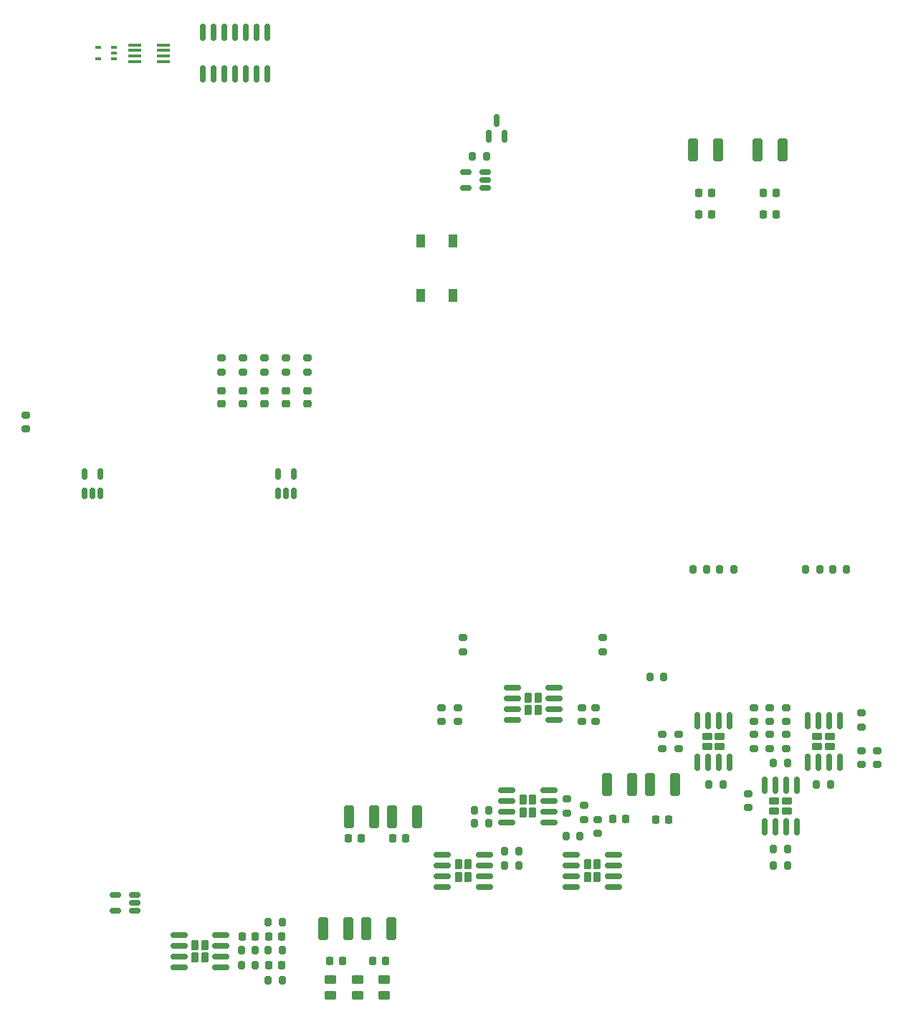
<source format=gbr>
%TF.GenerationSoftware,KiCad,Pcbnew,(6.0.4)*%
%TF.CreationDate,2022-04-15T06:39:39-07:00*%
%TF.ProjectId,main_board,6d61696e-5f62-46f6-9172-642e6b696361,rev?*%
%TF.SameCoordinates,PX48ab840PYb340ac0*%
%TF.FileFunction,Paste,Top*%
%TF.FilePolarity,Positive*%
%FSLAX46Y46*%
G04 Gerber Fmt 4.6, Leading zero omitted, Abs format (unit mm)*
G04 Created by KiCad (PCBNEW (6.0.4)) date 2022-04-15 06:39:39*
%MOMM*%
%LPD*%
G01*
G04 APERTURE LIST*
G04 Aperture macros list*
%AMRoundRect*
0 Rectangle with rounded corners*
0 $1 Rounding radius*
0 $2 $3 $4 $5 $6 $7 $8 $9 X,Y pos of 4 corners*
0 Add a 4 corners polygon primitive as box body*
4,1,4,$2,$3,$4,$5,$6,$7,$8,$9,$2,$3,0*
0 Add four circle primitives for the rounded corners*
1,1,$1+$1,$2,$3*
1,1,$1+$1,$4,$5*
1,1,$1+$1,$6,$7*
1,1,$1+$1,$8,$9*
0 Add four rect primitives between the rounded corners*
20,1,$1+$1,$2,$3,$4,$5,0*
20,1,$1+$1,$4,$5,$6,$7,0*
20,1,$1+$1,$6,$7,$8,$9,0*
20,1,$1+$1,$8,$9,$2,$3,0*%
G04 Aperture macros list end*
%ADD10RoundRect,0.200000X0.200000X0.275000X-0.200000X0.275000X-0.200000X-0.275000X0.200000X-0.275000X0*%
%ADD11RoundRect,0.250000X-0.325000X-1.100000X0.325000X-1.100000X0.325000X1.100000X-0.325000X1.100000X0*%
%ADD12RoundRect,0.200000X-0.200000X-0.275000X0.200000X-0.275000X0.200000X0.275000X-0.200000X0.275000X0*%
%ADD13RoundRect,0.225000X-0.225000X-0.250000X0.225000X-0.250000X0.225000X0.250000X-0.225000X0.250000X0*%
%ADD14RoundRect,0.200000X0.275000X-0.200000X0.275000X0.200000X-0.275000X0.200000X-0.275000X-0.200000X0*%
%ADD15RoundRect,0.150000X-0.825000X-0.150000X0.825000X-0.150000X0.825000X0.150000X-0.825000X0.150000X0*%
%ADD16RoundRect,0.230000X-0.230000X-0.375000X0.230000X-0.375000X0.230000X0.375000X-0.230000X0.375000X0*%
%ADD17RoundRect,0.200000X-0.275000X0.200000X-0.275000X-0.200000X0.275000X-0.200000X0.275000X0.200000X0*%
%ADD18RoundRect,0.150000X0.150000X-0.825000X0.150000X0.825000X-0.150000X0.825000X-0.150000X-0.825000X0*%
%ADD19RoundRect,0.150000X0.825000X0.150000X-0.825000X0.150000X-0.825000X-0.150000X0.825000X-0.150000X0*%
%ADD20RoundRect,0.230000X0.230000X0.375000X-0.230000X0.375000X-0.230000X-0.375000X0.230000X-0.375000X0*%
%ADD21R,1.600000X0.300000*%
%ADD22RoundRect,0.250000X0.325000X1.100000X-0.325000X1.100000X-0.325000X-1.100000X0.325000X-1.100000X0*%
%ADD23RoundRect,0.150000X0.150000X-0.512500X0.150000X0.512500X-0.150000X0.512500X-0.150000X-0.512500X0*%
%ADD24RoundRect,0.150000X-0.150000X0.825000X-0.150000X-0.825000X0.150000X-0.825000X0.150000X0.825000X0*%
%ADD25RoundRect,0.230000X-0.375000X0.230000X-0.375000X-0.230000X0.375000X-0.230000X0.375000X0.230000X0*%
%ADD26RoundRect,0.218750X0.256250X-0.218750X0.256250X0.218750X-0.256250X0.218750X-0.256250X-0.218750X0*%
%ADD27RoundRect,0.150000X0.150000X-0.587500X0.150000X0.587500X-0.150000X0.587500X-0.150000X-0.587500X0*%
%ADD28RoundRect,0.250000X-0.450000X0.262500X-0.450000X-0.262500X0.450000X-0.262500X0.450000X0.262500X0*%
%ADD29RoundRect,0.150000X0.512500X0.150000X-0.512500X0.150000X-0.512500X-0.150000X0.512500X-0.150000X0*%
%ADD30R,0.650000X0.400000*%
%ADD31RoundRect,0.225000X0.225000X0.250000X-0.225000X0.250000X-0.225000X-0.250000X0.225000X-0.250000X0*%
%ADD32R,1.000000X1.600000*%
%ADD33RoundRect,0.250000X0.450000X-0.262500X0.450000X0.262500X-0.450000X0.262500X-0.450000X-0.262500X0*%
G04 APERTURE END LIST*
D10*
%TO.C,R5*%
X50229000Y24892000D03*
X51879000Y24892000D03*
%TD*%
D11*
%TO.C,C20*%
X68785000Y27940000D03*
X65835000Y27940000D03*
%TD*%
D12*
%TO.C,R34*%
X92265000Y27940000D03*
X90615000Y27940000D03*
%TD*%
D13*
%TO.C,C6*%
X24270991Y10033000D03*
X22720991Y10033000D03*
%TD*%
D14*
%TO.C,R14*%
X48870006Y45275000D03*
X48870006Y43625000D03*
%TD*%
D15*
%TO.C,U7*%
X59600006Y39370000D03*
X59600006Y38100000D03*
X59600006Y36830000D03*
X59600006Y35560000D03*
X54650006Y35560000D03*
X54650006Y36830000D03*
X54650006Y38100000D03*
X54650006Y39370000D03*
D16*
X57695006Y36715000D03*
X56555006Y38215000D03*
X56555006Y36715000D03*
X57695006Y38215000D03*
%TD*%
D17*
%TO.C,R28*%
X72390000Y32195000D03*
X72390000Y33845000D03*
%TD*%
D18*
%TO.C,U15*%
X18100000Y116775000D03*
X19370000Y116775000D03*
X20640000Y116775000D03*
X21910000Y116775000D03*
X23180000Y116775000D03*
X24450000Y116775000D03*
X25720000Y116775000D03*
X25720000Y111825000D03*
X24450000Y111825000D03*
X23180000Y111825000D03*
X21910000Y111825000D03*
X20640000Y111825000D03*
X19370000Y111825000D03*
X18100000Y111825000D03*
%TD*%
D12*
%TO.C,R35*%
X87185000Y30480000D03*
X85535000Y30480000D03*
%TD*%
%TO.C,R16*%
X90995000Y53340000D03*
X89345000Y53340000D03*
%TD*%
D19*
%TO.C,U14*%
X15305000Y6350000D03*
X15305000Y7620000D03*
X15305000Y8890000D03*
X15305000Y10160000D03*
X20255000Y10160000D03*
X20255000Y8890000D03*
X20255000Y7620000D03*
X20255000Y6350000D03*
D20*
X17210000Y7505000D03*
X18350000Y7505000D03*
X18350000Y9005000D03*
X17210000Y9005000D03*
%TD*%
D13*
%TO.C,C12*%
X78245000Y95250000D03*
X76695000Y95250000D03*
%TD*%
D21*
%TO.C,U18*%
X10050000Y113325000D03*
X10050000Y113975000D03*
X10050000Y114625000D03*
X10050000Y115275000D03*
X13450000Y115275000D03*
X13450000Y114625000D03*
X13450000Y113975000D03*
X13450000Y113325000D03*
%TD*%
D22*
%TO.C,C18*%
X37425000Y10960000D03*
X40375000Y10960000D03*
%TD*%
D23*
%TO.C,U9*%
X4130000Y64637500D03*
X6030000Y64637500D03*
X6030000Y62362500D03*
X5080000Y62362500D03*
X4130000Y62362500D03*
%TD*%
D14*
%TO.C,R44*%
X30480000Y78295000D03*
X30480000Y76645000D03*
%TD*%
D24*
%TO.C,U5*%
X88265000Y22925000D03*
X86995000Y22925000D03*
X85725000Y22925000D03*
X84455000Y22925000D03*
X84455000Y27875000D03*
X85725000Y27875000D03*
X86995000Y27875000D03*
X88265000Y27875000D03*
D25*
X87110000Y25970000D03*
X85610000Y25970000D03*
X85610000Y24830000D03*
X87110000Y24830000D03*
%TD*%
D13*
%TO.C,C2*%
X42050000Y21590000D03*
X40500000Y21590000D03*
%TD*%
D14*
%TO.C,R11*%
X64516000Y37020000D03*
X64516000Y35370000D03*
%TD*%
D17*
%TO.C,R32*%
X82550000Y25210000D03*
X82550000Y26860000D03*
%TD*%
D15*
%TO.C,U2*%
X51345006Y19685000D03*
X51345006Y18415000D03*
X51345006Y17145000D03*
X51345006Y15875000D03*
X46395006Y15875000D03*
X46395006Y17145000D03*
X46395006Y18415000D03*
X46395006Y19685000D03*
D16*
X49440006Y17030000D03*
X48300006Y18530000D03*
X48300006Y17030000D03*
X49440006Y18530000D03*
%TD*%
D13*
%TO.C,C10*%
X85865000Y97790000D03*
X84315000Y97790000D03*
%TD*%
D11*
%TO.C,C14*%
X78945000Y102870000D03*
X75995000Y102870000D03*
%TD*%
D12*
%TO.C,R39*%
X27495000Y11684000D03*
X25845000Y11684000D03*
%TD*%
D15*
%TO.C,U3*%
X66585006Y19685000D03*
X66585006Y18415000D03*
X66585006Y17145000D03*
X66585006Y15875000D03*
X61635006Y15875000D03*
X61635006Y17145000D03*
X61635006Y18415000D03*
X61635006Y19685000D03*
D16*
X64680006Y18530000D03*
X64680006Y17030000D03*
X63540006Y17030000D03*
X63540006Y18530000D03*
%TD*%
D26*
%TO.C,D3*%
X20320000Y74447500D03*
X20320000Y72872500D03*
%TD*%
D13*
%TO.C,C5*%
X27445000Y10033000D03*
X25895000Y10033000D03*
%TD*%
D10*
%TO.C,R18*%
X79185000Y53340000D03*
X80835000Y53340000D03*
%TD*%
%TO.C,R43*%
X22670991Y6604000D03*
X24320991Y6604000D03*
%TD*%
D17*
%TO.C,R22*%
X85090000Y35370000D03*
X85090000Y37020000D03*
%TD*%
D12*
%TO.C,R37*%
X87185000Y20320000D03*
X85535000Y20320000D03*
%TD*%
D17*
%TO.C,R30*%
X83185000Y32195000D03*
X83185000Y33845000D03*
%TD*%
D13*
%TO.C,C13*%
X85865000Y95250000D03*
X84315000Y95250000D03*
%TD*%
D14*
%TO.C,R13*%
X65380006Y45275000D03*
X65380006Y43625000D03*
%TD*%
D23*
%TO.C,U8*%
X26990000Y64637500D03*
X28890000Y64637500D03*
X28890000Y62362500D03*
X27940000Y62362500D03*
X26990000Y62362500D03*
%TD*%
D26*
%TO.C,D4*%
X25400000Y74447500D03*
X25400000Y72872500D03*
%TD*%
D12*
%TO.C,R36*%
X79565000Y27940000D03*
X77915000Y27940000D03*
%TD*%
D14*
%TO.C,R8*%
X61087000Y26225000D03*
X61087000Y24575000D03*
%TD*%
%TO.C,R46*%
X25400000Y78295000D03*
X25400000Y76645000D03*
%TD*%
D13*
%TO.C,C8*%
X68085000Y23879988D03*
X66535000Y23879988D03*
%TD*%
D27*
%TO.C,Q1*%
X52832000Y106347500D03*
X53782000Y104472500D03*
X51882000Y104472500D03*
%TD*%
D26*
%TO.C,D2*%
X27940000Y74447500D03*
X27940000Y72872500D03*
%TD*%
D17*
%TO.C,R31*%
X83185000Y35370000D03*
X83185000Y37020000D03*
%TD*%
D13*
%TO.C,C1*%
X36829995Y21590000D03*
X35279995Y21590000D03*
%TD*%
D17*
%TO.C,R10*%
X46330006Y35370000D03*
X46330006Y37020000D03*
%TD*%
D14*
%TO.C,R12*%
X62865000Y37020000D03*
X62865000Y35370000D03*
%TD*%
D12*
%TO.C,R1*%
X51879000Y23368000D03*
X50229000Y23368000D03*
%TD*%
D11*
%TO.C,C17*%
X43385000Y24130000D03*
X40435000Y24130000D03*
%TD*%
D28*
%TO.C,FB3*%
X33184998Y3062498D03*
X33184998Y4887498D03*
%TD*%
D17*
%TO.C,R25*%
X95885000Y30290000D03*
X95885000Y31940000D03*
%TD*%
D29*
%TO.C,U12*%
X7752500Y13020000D03*
X7752500Y14920000D03*
X10027500Y14920000D03*
X10027500Y13970000D03*
X10027500Y13020000D03*
%TD*%
D30*
%TO.C,U17*%
X5720000Y113650000D03*
X5720000Y114950000D03*
X7620000Y114950000D03*
X7620000Y114300000D03*
X7620000Y113650000D03*
%TD*%
D10*
%TO.C,R40*%
X25845000Y8382000D03*
X27495000Y8382000D03*
%TD*%
D17*
%TO.C,R15*%
X-2844800Y69914000D03*
X-2844800Y71564000D03*
%TD*%
%TO.C,R29*%
X74295000Y32195000D03*
X74295000Y33845000D03*
%TD*%
D10*
%TO.C,R4*%
X61024000Y21844000D03*
X62674000Y21844000D03*
%TD*%
D17*
%TO.C,R21*%
X95885000Y34735000D03*
X95885000Y36385000D03*
%TD*%
D11*
%TO.C,C16*%
X38305000Y24130000D03*
X35355000Y24130000D03*
%TD*%
D31*
%TO.C,C7*%
X25895000Y6604000D03*
X27445000Y6604000D03*
%TD*%
D12*
%TO.C,R17*%
X94170000Y53340000D03*
X92520000Y53340000D03*
%TD*%
%TO.C,R2*%
X55410006Y18415000D03*
X53760006Y18415000D03*
%TD*%
D14*
%TO.C,R9*%
X48235006Y37020000D03*
X48235006Y35370000D03*
%TD*%
D12*
%TO.C,R19*%
X77660000Y53340000D03*
X76010000Y53340000D03*
%TD*%
D10*
%TO.C,R41*%
X22670991Y8382000D03*
X24320991Y8382000D03*
%TD*%
%TO.C,R42*%
X25845000Y4826000D03*
X27495000Y4826000D03*
%TD*%
D14*
%TO.C,R7*%
X63119000Y25463000D03*
X63119000Y23813000D03*
%TD*%
D29*
%TO.C,U13*%
X49154500Y98364000D03*
X49154500Y100264000D03*
X51429500Y100264000D03*
X51429500Y99314000D03*
X51429500Y98364000D03*
%TD*%
D14*
%TO.C,R45*%
X27940000Y78295000D03*
X27940000Y76645000D03*
%TD*%
D13*
%TO.C,C11*%
X78245000Y97790000D03*
X76695000Y97790000D03*
%TD*%
D17*
%TO.C,R27*%
X86995000Y32195000D03*
X86995000Y33845000D03*
%TD*%
D31*
%TO.C,C4*%
X33044998Y7149998D03*
X34594998Y7149998D03*
%TD*%
D11*
%TO.C,C15*%
X86565000Y102870000D03*
X83615000Y102870000D03*
%TD*%
D17*
%TO.C,R24*%
X97790000Y30290000D03*
X97790000Y31940000D03*
%TD*%
D10*
%TO.C,R6*%
X53785000Y20066000D03*
X55435000Y20066000D03*
%TD*%
D22*
%TO.C,C19*%
X32345000Y10960000D03*
X35295000Y10960000D03*
%TD*%
D26*
%TO.C,D1*%
X30480000Y74447500D03*
X30480000Y72872500D03*
%TD*%
D31*
%TO.C,C3*%
X38124998Y7149998D03*
X39674998Y7149998D03*
%TD*%
D28*
%TO.C,FB1*%
X39534998Y3062498D03*
X39534998Y4887498D03*
%TD*%
D14*
%TO.C,R56*%
X20320000Y78295000D03*
X20320000Y76645000D03*
%TD*%
D10*
%TO.C,R20*%
X70930000Y40640000D03*
X72580000Y40640000D03*
%TD*%
D24*
%TO.C,U4*%
X80325011Y30545000D03*
X79055011Y30545000D03*
X77785011Y30545000D03*
X76515011Y30545000D03*
X76515011Y35495000D03*
X77785011Y35495000D03*
X79055011Y35495000D03*
X80325011Y35495000D03*
D25*
X77670011Y33590000D03*
X77670011Y32450000D03*
X79170011Y32450000D03*
X79170011Y33590000D03*
%TD*%
D13*
%TO.C,C9*%
X73165000Y23840008D03*
X71615000Y23840008D03*
%TD*%
D15*
%TO.C,U6*%
X58965006Y27305000D03*
X58965006Y26035000D03*
X58965006Y24765000D03*
X58965006Y23495000D03*
X54015006Y23495000D03*
X54015006Y24765000D03*
X54015006Y26035000D03*
X54015006Y27305000D03*
D16*
X57060006Y26150000D03*
X57060006Y24650000D03*
X55920006Y24650000D03*
X55920006Y26150000D03*
%TD*%
D14*
%TO.C,R3*%
X64770000Y23812000D03*
X64770000Y22162000D03*
%TD*%
%TO.C,R47*%
X22860000Y78295000D03*
X22860000Y76645000D03*
%TD*%
D11*
%TO.C,C21*%
X73865000Y27940000D03*
X70915000Y27940000D03*
%TD*%
D17*
%TO.C,R26*%
X85090000Y32195000D03*
X85090000Y33845000D03*
%TD*%
D24*
%TO.C,U1*%
X93345000Y30545000D03*
X92075000Y30545000D03*
X90805000Y30545000D03*
X89535000Y30545000D03*
X89535000Y35495000D03*
X90805000Y35495000D03*
X92075000Y35495000D03*
X93345000Y35495000D03*
D25*
X92190000Y32450000D03*
X92190000Y33590000D03*
X90690000Y32450000D03*
X90690000Y33590000D03*
%TD*%
D12*
%TO.C,R38*%
X51625000Y102108000D03*
X49975000Y102108000D03*
%TD*%
D32*
%TO.C,S1*%
X43820000Y85700000D03*
X43820000Y92100000D03*
X47620000Y85700000D03*
X47620000Y92100000D03*
%TD*%
D17*
%TO.C,R23*%
X86995000Y35370000D03*
X86995000Y37020000D03*
%TD*%
D10*
%TO.C,R33*%
X85535000Y18415000D03*
X87185000Y18415000D03*
%TD*%
D33*
%TO.C,FB2*%
X36359998Y4887498D03*
X36359998Y3062498D03*
%TD*%
D26*
%TO.C,D5*%
X22860000Y74447500D03*
X22860000Y72872500D03*
%TD*%
M02*

</source>
